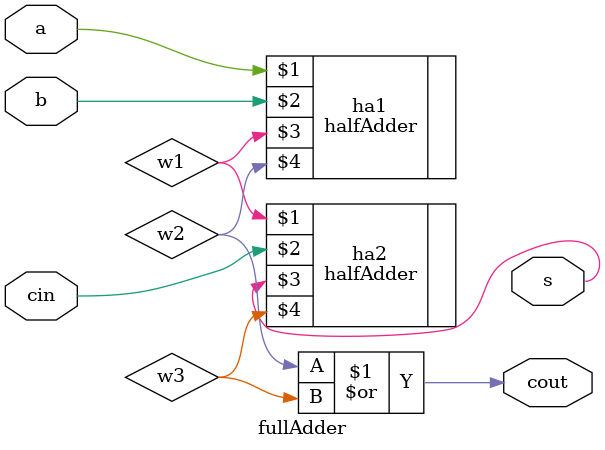
<source format=sv>
`timescale 1ns / 1ps


module fullAdder(
    input a,
    input b,
    input cin,
    output s,
    output cout
    );
    logic w1,w2,w3;
    halfAdder ha1(a,b,w1,w2);
    halfAdder ha2(w1,cin,s,w3);
    or(cout,w2,w3);
endmodule

</source>
